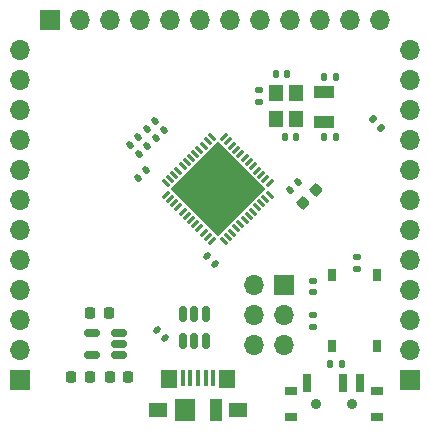
<source format=gts>
%TF.GenerationSoftware,KiCad,Pcbnew,(6.0.0-0)*%
%TF.CreationDate,2022-04-20T00:31:45+02:00*%
%TF.ProjectId,STM32G4_PCB,53544d33-3247-4345-9f50-43422e6b6963,rev?*%
%TF.SameCoordinates,Original*%
%TF.FileFunction,Soldermask,Top*%
%TF.FilePolarity,Negative*%
%FSLAX46Y46*%
G04 Gerber Fmt 4.6, Leading zero omitted, Abs format (unit mm)*
G04 Created by KiCad (PCBNEW (6.0.0-0)) date 2022-04-20 00:31:45*
%MOMM*%
%LPD*%
G01*
G04 APERTURE LIST*
G04 Aperture macros list*
%AMRoundRect*
0 Rectangle with rounded corners*
0 $1 Rounding radius*
0 $2 $3 $4 $5 $6 $7 $8 $9 X,Y pos of 4 corners*
0 Add a 4 corners polygon primitive as box body*
4,1,4,$2,$3,$4,$5,$6,$7,$8,$9,$2,$3,0*
0 Add four circle primitives for the rounded corners*
1,1,$1+$1,$2,$3*
1,1,$1+$1,$4,$5*
1,1,$1+$1,$6,$7*
1,1,$1+$1,$8,$9*
0 Add four rect primitives between the rounded corners*
20,1,$1+$1,$2,$3,$4,$5,0*
20,1,$1+$1,$4,$5,$6,$7,0*
20,1,$1+$1,$6,$7,$8,$9,0*
20,1,$1+$1,$8,$9,$2,$3,0*%
%AMRotRect*
0 Rectangle, with rotation*
0 The origin of the aperture is its center*
0 $1 length*
0 $2 width*
0 $3 Rotation angle, in degrees counterclockwise*
0 Add horizontal line*
21,1,$1,$2,0,0,$3*%
G04 Aperture macros list end*
%ADD10R,0.750000X1.000000*%
%ADD11O,1.700000X1.700000*%
%ADD12R,1.700000X1.700000*%
%ADD13RoundRect,0.140000X0.219203X0.021213X0.021213X0.219203X-0.219203X-0.021213X-0.021213X-0.219203X0*%
%ADD14RoundRect,0.135000X-0.185000X0.135000X-0.185000X-0.135000X0.185000X-0.135000X0.185000X0.135000X0*%
%ADD15RoundRect,0.135000X0.185000X-0.135000X0.185000X0.135000X-0.185000X0.135000X-0.185000X-0.135000X0*%
%ADD16RoundRect,0.135000X-0.135000X-0.185000X0.135000X-0.185000X0.135000X0.185000X-0.135000X0.185000X0*%
%ADD17RoundRect,0.135000X-0.226274X-0.035355X-0.035355X-0.226274X0.226274X0.035355X0.035355X0.226274X0*%
%ADD18RoundRect,0.140000X0.021213X-0.219203X0.219203X-0.021213X-0.021213X0.219203X-0.219203X0.021213X0*%
%ADD19RoundRect,0.140000X-0.140000X-0.170000X0.140000X-0.170000X0.140000X0.170000X-0.140000X0.170000X0*%
%ADD20R,0.450000X1.380000*%
%ADD21R,1.425000X1.550000*%
%ADD22R,1.650000X1.300000*%
%ADD23R,1.800000X1.900000*%
%ADD24R,1.000000X1.900000*%
%ADD25RoundRect,0.140000X-0.021213X0.219203X-0.219203X0.021213X0.021213X-0.219203X0.219203X-0.021213X0*%
%ADD26RoundRect,0.140000X0.140000X0.170000X-0.140000X0.170000X-0.140000X-0.170000X0.140000X-0.170000X0*%
%ADD27RoundRect,0.225000X0.225000X0.250000X-0.225000X0.250000X-0.225000X-0.250000X0.225000X-0.250000X0*%
%ADD28RotRect,0.304800X0.812800X315.000000*%
%ADD29RotRect,0.304800X0.812800X225.000000*%
%ADD30RotRect,5.689600X5.689600X225.000000*%
%ADD31RoundRect,0.140000X0.170000X-0.140000X0.170000X0.140000X-0.170000X0.140000X-0.170000X-0.140000X0*%
%ADD32RoundRect,0.225000X-0.225000X-0.250000X0.225000X-0.250000X0.225000X0.250000X-0.225000X0.250000X0*%
%ADD33R,1.200000X1.400000*%
%ADD34R,1.800000X1.000000*%
%ADD35R,0.700000X1.500000*%
%ADD36R,1.000000X0.800000*%
%ADD37C,0.900000*%
%ADD38RoundRect,0.225000X0.017678X-0.335876X0.335876X-0.017678X-0.017678X0.335876X-0.335876X0.017678X0*%
%ADD39RoundRect,0.140000X-0.219203X-0.021213X-0.021213X-0.219203X0.219203X0.021213X0.021213X0.219203X0*%
%ADD40RoundRect,0.150000X0.512500X0.150000X-0.512500X0.150000X-0.512500X-0.150000X0.512500X-0.150000X0*%
%ADD41RoundRect,0.150000X0.150000X-0.512500X0.150000X0.512500X-0.150000X0.512500X-0.150000X-0.512500X0*%
G04 APERTURE END LIST*
D10*
X92452000Y-139320500D03*
X92452000Y-133320500D03*
X96202000Y-139320500D03*
X96202000Y-133320500D03*
D11*
X99060000Y-114300000D03*
X99060000Y-116840000D03*
X99060000Y-119380000D03*
X99060000Y-121920000D03*
X99060000Y-124460000D03*
X99060000Y-127000000D03*
X99060000Y-129540000D03*
X99060000Y-132080000D03*
X99060000Y-134620000D03*
X99060000Y-137160000D03*
X99060000Y-139700000D03*
D12*
X99060000Y-142240000D03*
D11*
X66040000Y-114300000D03*
X66040000Y-116840000D03*
X66040000Y-119380000D03*
X66040000Y-121920000D03*
X66040000Y-124460000D03*
X66040000Y-127000000D03*
X66040000Y-129540000D03*
X66040000Y-132080000D03*
X66040000Y-134620000D03*
X66040000Y-137160000D03*
X66040000Y-139700000D03*
D12*
X66040000Y-142240000D03*
X68580000Y-111760000D03*
D11*
X71120000Y-111760000D03*
X73660000Y-111760000D03*
X76200000Y-111760000D03*
X78740000Y-111760000D03*
X81280000Y-111760000D03*
X83820000Y-111760000D03*
X86360000Y-111760000D03*
X88900000Y-111760000D03*
X91440000Y-111760000D03*
X93980000Y-111760000D03*
X96520000Y-111760000D03*
X85799000Y-139252000D03*
X88339000Y-139252000D03*
X85799000Y-136712000D03*
X88339000Y-136712000D03*
X85799000Y-134172000D03*
D12*
X88339000Y-134172000D03*
D13*
X77572589Y-138026589D03*
X78251411Y-138705411D03*
D14*
X90845000Y-137732000D03*
X90845000Y-136712000D03*
D15*
X94547000Y-131845000D03*
X94547000Y-132865000D03*
D16*
X93276000Y-140843000D03*
X92256000Y-140843000D03*
D17*
X95889376Y-120139376D03*
X96610624Y-120860624D03*
D14*
X86282142Y-118679968D03*
X86282142Y-117659968D03*
D18*
X78205526Y-121060876D03*
X77526704Y-121739698D03*
D19*
X91767999Y-116593000D03*
X92727999Y-116593000D03*
D18*
X77413567Y-120268916D03*
X76734745Y-120947738D03*
X88886178Y-126134822D03*
X89565000Y-125456000D03*
D20*
X79794000Y-142082000D03*
X80444000Y-142082000D03*
X81094000Y-142082000D03*
X81744000Y-142082000D03*
X82394000Y-142082000D03*
D21*
X78606500Y-142167000D03*
X83581500Y-142167000D03*
D22*
X77719000Y-144742000D03*
D23*
X79944000Y-144742000D03*
D24*
X82644000Y-144742000D03*
D22*
X84469000Y-144742000D03*
D25*
X76659083Y-124464181D03*
X75980261Y-125143003D03*
D26*
X89399142Y-121655967D03*
X88439142Y-121655967D03*
D27*
X71901500Y-141936000D03*
X70351500Y-141936000D03*
D25*
X76792020Y-122441856D03*
X76113198Y-123120678D03*
D19*
X91774000Y-121690999D03*
X92734000Y-121690999D03*
D27*
X75151500Y-141961000D03*
X73601500Y-141961000D03*
D19*
X88659142Y-116315967D03*
X87699142Y-116315967D03*
D28*
X87147173Y-125559914D03*
X86793621Y-125206361D03*
X86440066Y-124852806D03*
X86086513Y-124499254D03*
X85732960Y-124145701D03*
X85379406Y-123792147D03*
X85025853Y-123438594D03*
X84672299Y-123085040D03*
X84318746Y-122731487D03*
X83965194Y-122377934D03*
X83611639Y-122024379D03*
X83258086Y-121670827D03*
D29*
X82261914Y-121670827D03*
X81908361Y-122024379D03*
X81554806Y-122377934D03*
X81201254Y-122731487D03*
X80847701Y-123085040D03*
X80494147Y-123438594D03*
X80140594Y-123792147D03*
X79787040Y-124145701D03*
X79433487Y-124499254D03*
X79079934Y-124852806D03*
X78726379Y-125206361D03*
X78372827Y-125559914D03*
D28*
X78372827Y-126556086D03*
X78726379Y-126909639D03*
X79079934Y-127263194D03*
X79433487Y-127616746D03*
X79787040Y-127970299D03*
X80140594Y-128323853D03*
X80494147Y-128677406D03*
X80847701Y-129030960D03*
X81201254Y-129384513D03*
X81554806Y-129738066D03*
X81908361Y-130091621D03*
X82261914Y-130445173D03*
D29*
X83258086Y-130445173D03*
X83611639Y-130091621D03*
X83965194Y-129738066D03*
X84318746Y-129384513D03*
X84672299Y-129030960D03*
X85025853Y-128677406D03*
X85379406Y-128323853D03*
X85732960Y-127970299D03*
X86086513Y-127616746D03*
X86440066Y-127263194D03*
X86793621Y-126909639D03*
X87147173Y-126556086D03*
D30*
X82760000Y-126058000D03*
D25*
X76000060Y-121649896D03*
X75321238Y-122328718D03*
D31*
X90845000Y-134807000D03*
X90845000Y-133847000D03*
D32*
X71968500Y-136569000D03*
X73518500Y-136569000D03*
D33*
X87699141Y-120085967D03*
X87699141Y-117885967D03*
X89399141Y-117885967D03*
X89399141Y-120085967D03*
D34*
X91768000Y-120363000D03*
X91768000Y-117863000D03*
D35*
X94833000Y-142494000D03*
X93333000Y-142494000D03*
X90333000Y-142494000D03*
D36*
X88933000Y-145354000D03*
D37*
X91083000Y-144254000D03*
D36*
X96233000Y-145354000D03*
D37*
X94083000Y-144254000D03*
D36*
X88933000Y-143144000D03*
X96233000Y-143144000D03*
D38*
X89946838Y-127195483D03*
X91042854Y-126099467D03*
D39*
X81834412Y-131717589D03*
X82513234Y-132396411D03*
D40*
X74426500Y-140142000D03*
X74426500Y-139192000D03*
X74426500Y-138242000D03*
X72151500Y-138242000D03*
X72151500Y-140142000D03*
D41*
X79822000Y-136632100D03*
X80772000Y-136632100D03*
X81722000Y-136632100D03*
X81722000Y-138907100D03*
X80772000Y-138907100D03*
X79822000Y-138907100D03*
M02*

</source>
